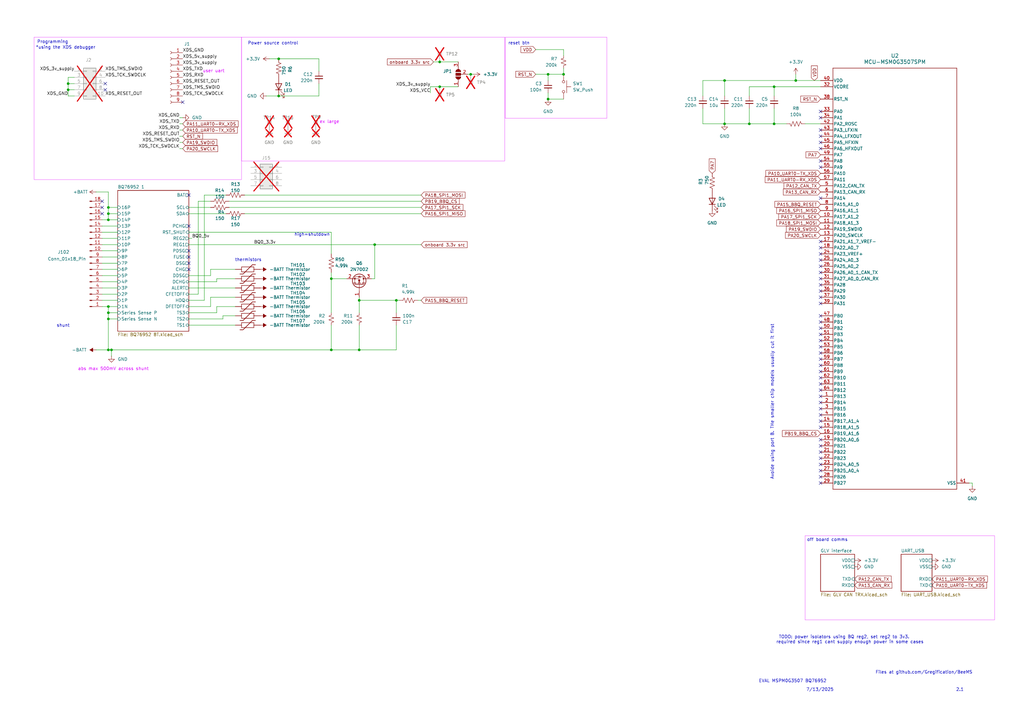
<source format=kicad_sch>
(kicad_sch (version 20250114) (generator "eeschema") (generator_version "9.0")
  (paper "A3")
  (rectangle (start 330.2 219.71) (end 407.924 254.254) (stroke (width 0) (color 234 84 255 1)))
  (rectangle (start 13.97 15.24) (end 99.06 73.66) (stroke (width 0) (color 234 84 255 1)))
  (rectangle (start 99.06 15.24) (end 207.01 66.04) (stroke (width 0) (color 234 84 255 1)))
  (rectangle (start 207.264 15.24) (end 248.92 48.514) (stroke (width 0) (color 234 84 255 1)))
  (text "7/13/2025" (at 336.296 282.956 0) (effects (font (size 1.27 1.27))))
  (text "shunt" (at 25.908 133.604 0) (effects (font (size 1.27 1.27))))
  (text "2.1" (at 393.7 282.956 0) (effects (font (size 1.27 1.27))))
  (text "reset btn" (at 212.852 17.78 0) (effects (font (size 1.27 1.27))))
  (text "Power source control" (at 101.6 17.78 0) (effects (font (size 1.27 1.27)) (justify left)))
  (text "ex large" (at 135.128 50.038 0) (effects (font (size 1.27 1.27))))
  (text "abs max 500mV across shunt" (at 46.482 151.384 0) (effects (font (size 1.27 1.27))))
  (text "Programming" (at 21.59 17.272 0) (effects (font (size 1.27 1.27))))
  (text "off board comms\n" (at 330.962 221.488 0) (effects (font (size 1.27 1.27)) (justify left)))
  (text "user uart" (at 87.63 29.21 0) (effects (font (size 1.27 1.27))))
  (text "Avoide using port B. THe smaller chip models usually cut it first" (at 316.738 164.846 90) (effects (font (size 1.27 1.27))))
  (text "thermistors" (at 101.854 106.68 0) (effects (font (size 1.27 1.27))))
  (text "TODO: power isolators using BQ reg2, set reg2 to 3v3.\n	required since reg1 cant supply enough power in some cases" (at 346.202 262.382 0) (effects (font (size 1.27 1.27))))
  (text "EVAL MSPM0G3507 BQ76952" (at 325.12 279.4 0) (effects (font (size 1.27 1.27))))
  (text "Files at github.com/Gregification/BeeMS" (at 378.968 275.844 0) (effects (font (size 1.27 1.27))))
  (text "*using the XDS debugger" (at 26.924 19.558 0) (effects (font (size 1.27 1.27))))
  (text "high=shutdown" (at 128.016 96.266 0) (effects (font (size 1.27 1.27))))
  (junction (at 44.45 143.51))
  (junction (at 231.14 30.48))
  (junction (at 224.79 30.48))
  (junction (at 44.45 87.63))
  (junction (at 317.5 50.8))
  (junction (at 44.45 128.27))
  (junction (at 147.32 143.51))
  (junction (at 114.3 39.37))
  (junction (at 180.34 25.4))
  (junction (at 147.32 123.19))
  (junction (at 114.3 24.13))
  (junction (at 162.56 123.19))
  (junction (at 44.45 130.81))
  (junction (at 153.67 100.33))
  (junction (at 44.45 90.17))
  (junction (at 44.45 85.09))
  (junction (at 307.34 50.8))
  (junction (at 45.72 143.51))
  (junction (at 135.89 143.51))
  (junction (at 297.18 50.8))
  (junction (at 297.18 33.02))
  (junction (at 193.04 30.48))
  (junction (at 135.89 114.3))
  (junction (at 27.94 36.83))
  (junction (at 326.39 33.02))
  (junction (at 44.45 125.73))
  (junction (at 27.94 34.29))
  (junction (at 180.34 35.56))
  (junction (at 224.79 40.64))
  (junction (at 317.5 35.56))
  (no_connect (at 336.55 104.14))
  (no_connect (at 336.55 154.94))
  (no_connect (at 336.55 162.56))
  (no_connect (at 336.55 147.32))
  (no_connect (at 74.93 41.91))
  (no_connect (at 336.55 187.96))
  (no_connect (at 336.55 53.34))
  (no_connect (at 336.55 137.16))
  (no_connect (at 77.47 107.95))
  (no_connect (at 336.55 134.62))
  (no_connect (at 43.18 34.29))
  (no_connect (at 336.55 182.88))
  (no_connect (at 336.55 193.04))
  (no_connect (at 336.55 58.42))
  (no_connect (at 336.55 106.68))
  (no_connect (at 336.55 111.76))
  (no_connect (at 336.55 170.18))
  (no_connect (at 336.55 129.54))
  (no_connect (at 77.47 110.49))
  (no_connect (at 336.55 144.78))
  (no_connect (at 336.55 139.7))
  (no_connect (at 336.55 198.12))
  (no_connect (at 77.47 92.71))
  (no_connect (at 336.55 68.58))
  (no_connect (at 336.55 114.3))
  (no_connect (at 336.55 157.48))
  (no_connect (at 77.47 105.41))
  (no_connect (at 336.55 152.4))
  (no_connect (at 77.47 80.01))
  (no_connect (at 336.55 101.6))
  (no_connect (at 336.55 190.5))
  (no_connect (at 336.55 185.42))
  (no_connect (at 77.47 102.87))
  (no_connect (at 336.55 119.38))
  (no_connect (at 336.55 180.34))
  (no_connect (at 336.55 195.58))
  (no_connect (at 336.55 175.26))
  (no_connect (at 336.55 109.22))
  (no_connect (at 336.55 99.06))
  (no_connect (at 336.55 116.84))
  (no_connect (at 336.55 132.08))
  (no_connect (at 336.55 167.64))
  (no_connect (at 336.55 45.72))
  (no_connect (at 336.55 142.24))
  (no_connect (at 336.55 66.04))
  (no_connect (at 336.55 48.26))
  (no_connect (at 336.55 121.92))
  (no_connect (at 336.55 172.72))
  (no_connect (at 336.55 55.88))
  (no_connect (at 336.55 60.96))
  (no_connect (at 43.18 36.83))
  (no_connect (at 336.55 160.02))
  (no_connect (at 336.55 165.1))
  (no_connect (at 336.55 124.46))
  (no_connect (at 41.91 85.09))
  (no_connect (at 336.55 149.86))
  (no_connect (at 41.91 87.63))
  (no_connect (at 41.91 82.55))
  (no_connect (at 336.55 81.28))
  (wire (pts (xy 153.67 100.33) (xy 172.72 100.33)))
  (wire (pts (xy 41.91 125.73) (xy 44.45 125.73)))
  (wire (pts (xy 114.3 24.13) (xy 130.81 24.13)))
  (wire (pts (xy 93.98 82.55) (xy 172.72 82.55)))
  (wire (pts (xy 44.45 128.27) (xy 44.45 130.81)))
  (wire (pts (xy 147.32 133.35) (xy 147.32 143.51)))
  (wire (pts (xy 73.66 50.8) (xy 74.93 50.8)))
  (wire (pts (xy 317.5 44.45) (xy 317.5 50.8)))
  (wire (pts (xy 77.47 118.11) (xy 96.52 118.11)))
  (wire (pts (xy 41.91 115.57) (xy 48.26 115.57)))
  (wire (pts (xy 73.66 58.42) (xy 74.93 58.42)))
  (wire (pts (xy 147.32 121.92) (xy 147.32 123.19)))
  (wire (pts (xy 41.91 120.65) (xy 48.26 120.65)))
  (wire (pts (xy 27.94 31.75) (xy 27.94 34.29)))
  (wire (pts (xy 297.18 33.02) (xy 326.39 33.02)))
  (wire (pts (xy 307.34 50.8) (xy 317.5 50.8)))
  (wire (pts (xy 27.94 34.29) (xy 30.48 34.29)))
  (wire (pts (xy 288.29 33.02) (xy 297.18 33.02)))
  (wire (pts (xy 44.45 128.27) (xy 48.26 128.27)))
  (wire (pts (xy 317.5 50.8) (xy 322.58 50.8)))
  (wire (pts (xy 44.45 85.09) (xy 48.26 85.09)))
  (wire (pts (xy 81.28 82.55) (xy 86.36 82.55)))
  (wire (pts (xy 88.9 125.73) (xy 96.52 125.73)))
  (wire (pts (xy 44.45 125.73) (xy 44.45 128.27)))
  (wire (pts (xy 27.94 39.37) (xy 30.48 39.37)))
  (wire (pts (xy 77.47 120.65) (xy 81.28 120.65)))
  (wire (pts (xy 39.37 143.51) (xy 44.45 143.51)))
  (wire (pts (xy 176.53 38.1) (xy 176.53 35.56)))
  (wire (pts (xy 77.47 128.27) (xy 88.9 128.27)))
  (wire (pts (xy 83.82 80.01) (xy 92.71 80.01)))
  (wire (pts (xy 193.04 30.48) (xy 191.77 30.48)))
  (wire (pts (xy 231.14 40.64) (xy 224.79 40.64)))
  (wire (pts (xy 147.32 123.19) (xy 147.32 128.27)))
  (wire (pts (xy 153.67 100.33) (xy 153.67 114.3)))
  (wire (pts (xy 41.91 95.25) (xy 48.26 95.25)))
  (wire (pts (xy 73.66 53.34) (xy 74.93 53.34)))
  (wire (pts (xy 73.66 60.96) (xy 74.93 60.96)))
  (wire (pts (xy 44.45 130.81) (xy 48.26 130.81)))
  (wire (pts (xy 171.45 123.19) (xy 172.72 123.19)))
  (wire (pts (xy 44.45 78.74) (xy 44.45 85.09)))
  (wire (pts (xy 398.78 199.39) (xy 398.78 198.12)))
  (wire (pts (xy 297.18 44.45) (xy 297.18 50.8)))
  (wire (pts (xy 194.31 30.48) (xy 193.04 30.48)))
  (wire (pts (xy 398.78 198.12) (xy 397.51 198.12)))
  (wire (pts (xy 83.82 123.19) (xy 83.82 80.01)))
  (wire (pts (xy 326.39 33.02) (xy 336.55 33.02)))
  (wire (pts (xy 135.89 111.76) (xy 135.89 114.3)))
  (wire (pts (xy 41.91 105.41) (xy 48.26 105.41)))
  (wire (pts (xy 297.18 33.02) (xy 297.18 39.37)))
  (wire (pts (xy 41.91 110.49) (xy 48.26 110.49)))
  (wire (pts (xy 109.22 39.37) (xy 114.3 39.37)))
  (wire (pts (xy 73.66 48.26) (xy 74.93 48.26)))
  (wire (pts (xy 88.9 114.3) (xy 88.9 115.57)))
  (wire (pts (xy 180.34 35.56) (xy 187.96 35.56)))
  (wire (pts (xy 73.66 55.88) (xy 74.93 55.88)))
  (wire (pts (xy 231.14 27.94) (xy 231.14 30.48)))
  (wire (pts (xy 77.47 100.33) (xy 153.67 100.33)))
  (wire (pts (xy 45.72 143.51) (xy 135.89 143.51)))
  (wire (pts (xy 77.47 113.03) (xy 86.36 113.03)))
  (wire (pts (xy 317.5 35.56) (xy 336.55 35.56)))
  (wire (pts (xy 135.89 114.3) (xy 142.24 114.3)))
  (wire (pts (xy 91.44 129.54) (xy 96.52 129.54)))
  (wire (pts (xy 219.71 20.32) (xy 231.14 20.32)))
  (wire (pts (xy 77.47 133.35) (xy 96.52 133.35)))
  (wire (pts (xy 77.47 87.63) (xy 92.71 87.63)))
  (wire (pts (xy 77.47 130.81) (xy 91.44 130.81)))
  (wire (pts (xy 224.79 30.48) (xy 224.79 33.02)))
  (wire (pts (xy 147.32 123.19) (xy 162.56 123.19)))
  (wire (pts (xy 44.45 130.81) (xy 44.45 143.51)))
  (wire (pts (xy 130.81 34.29) (xy 130.81 39.37)))
  (wire (pts (xy 297.18 50.8) (xy 307.34 50.8)))
  (wire (pts (xy 180.34 25.4) (xy 187.96 25.4)))
  (wire (pts (xy 77.47 125.73) (xy 86.36 125.73)))
  (wire (pts (xy 27.94 36.83) (xy 30.48 36.83)))
  (wire (pts (xy 162.56 143.51) (xy 147.32 143.51)))
  (wire (pts (xy 224.79 40.64) (xy 224.79 38.1)))
  (wire (pts (xy 27.94 39.37) (xy 27.94 36.83)))
  (wire (pts (xy 41.91 97.79) (xy 48.26 97.79)))
  (wire (pts (xy 219.71 30.48) (xy 224.79 30.48)))
  (wire (pts (xy 86.36 121.92) (xy 86.36 125.73)))
  (wire (pts (xy 231.14 20.32) (xy 231.14 22.86)))
  (wire (pts (xy 162.56 123.19) (xy 163.83 123.19)))
  (wire (pts (xy 162.56 123.19) (xy 162.56 128.27)))
  (wire (pts (xy 307.34 35.56) (xy 317.5 35.56)))
  (wire (pts (xy 110.49 24.13) (xy 114.3 24.13)))
  (wire (pts (xy 96.52 114.3) (xy 88.9 114.3)))
  (wire (pts (xy 39.37 78.74) (xy 44.45 78.74)))
  (wire (pts (xy 176.53 35.56) (xy 180.34 35.56)))
  (wire (pts (xy 41.91 107.95) (xy 48.26 107.95)))
  (wire (pts (xy 41.91 102.87) (xy 48.26 102.87)))
  (wire (pts (xy 153.67 114.3) (xy 152.4 114.3)))
  (wire (pts (xy 77.47 97.79) (xy 78.74 97.79)))
  (wire (pts (xy 307.34 35.56) (xy 307.34 39.37)))
  (wire (pts (xy 330.2 50.8) (xy 336.55 50.8)))
  (wire (pts (xy 135.89 133.35) (xy 135.89 143.51)))
  (wire (pts (xy 41.91 90.17) (xy 44.45 90.17)))
  (wire (pts (xy 288.29 44.45) (xy 288.29 50.8)))
  (wire (pts (xy 135.89 143.51) (xy 147.32 143.51)))
  (wire (pts (xy 44.45 87.63) (xy 44.45 90.17)))
  (wire (pts (xy 162.56 133.35) (xy 162.56 143.51)))
  (wire (pts (xy 130.81 24.13) (xy 130.81 29.21)))
  (wire (pts (xy 41.91 92.71) (xy 48.26 92.71)))
  (wire (pts (xy 177.8 25.4) (xy 180.34 25.4)))
  (wire (pts (xy 288.29 33.02) (xy 288.29 39.37)))
  (wire (pts (xy 135.89 114.3) (xy 135.89 128.27)))
  (wire (pts (xy 77.47 115.57) (xy 88.9 115.57)))
  (wire (pts (xy 307.34 50.8) (xy 307.34 44.45)))
  (wire (pts (xy 27.94 31.75) (xy 30.48 31.75)))
  (wire (pts (xy 88.9 125.73) (xy 88.9 128.27)))
  (wire (pts (xy 44.45 85.09) (xy 44.45 87.63)))
  (wire (pts (xy 288.29 50.8) (xy 297.18 50.8)))
  (wire (pts (xy 224.79 30.48) (xy 231.14 30.48)))
  (wire (pts (xy 100.33 80.01) (xy 172.72 80.01)))
  (wire (pts (xy 317.5 35.56) (xy 317.5 39.37)))
  (wire (pts (xy 326.39 30.48) (xy 326.39 33.02)))
  (wire (pts (xy 114.3 39.37) (xy 130.81 39.37)))
  (wire (pts (xy 44.45 125.73) (xy 48.26 125.73)))
  (wire (pts (xy 77.47 85.09) (xy 86.36 85.09)))
  (wire (pts (xy 100.33 87.63) (xy 172.72 87.63)))
  (wire (pts (xy 41.91 123.19) (xy 48.26 123.19)))
  (wire (pts (xy 77.47 95.25) (xy 135.89 95.25)))
  (wire (pts (xy 135.89 95.25) (xy 135.89 104.14)))
  (wire (pts (xy 41.91 118.11) (xy 48.26 118.11)))
  (wire (pts (xy 93.98 85.09) (xy 172.72 85.09)))
  (wire (pts (xy 86.36 110.49) (xy 86.36 113.03)))
  (wire (pts (xy 27.94 36.83) (xy 27.94 34.29)))
  (wire (pts (xy 44.45 87.63) (xy 48.26 87.63)))
  (wire (pts (xy 41.91 100.33) (xy 48.26 100.33)))
  (wire (pts (xy 96.52 110.49) (xy 86.36 110.49)))
  (wire (pts (xy 91.44 130.81) (xy 91.44 129.54)))
  (wire (pts (xy 44.45 90.17) (xy 48.26 90.17)))
  (wire (pts (xy 77.47 123.19) (xy 83.82 123.19)))
  (wire (pts (xy 41.91 113.03) (xy 48.26 113.03)))
  (wire (pts (xy 81.28 82.55) (xy 81.28 120.65)))
  (wire (pts (xy 86.36 121.92) (xy 96.52 121.92)))
  (wire (pts (xy 44.45 143.51) (xy 45.72 143.51)))
  (wire (pts (xy 45.72 143.51) (xy 45.72 146.05)))
  (label "XDS_TMS_SWDIO" (at 73.66 58.42 180))
  (label "XDS_TXD" (at 74.93 29.21 0))
  (label "XDS_TCK_SWDCLK" (at 74.93 39.37 0))
  (label "XDS_GND" (at 74.93 21.59 0))
  (label "XDS_TMS_SWDIO" (at 43.18 29.21 0))
  (label "XDS_TMS_SWDIO" (at 74.93 36.83 0))
  (label "BQ0_3.3v" (at 104.14 100.33 0))
  (label "XDS_3v_supply" (at 30.48 29.21 180))
  (label "XDS_5v_supply" (at 74.93 24.13 0))
  (label "XDS_VCC" (at 176.53 38.1 180))
  (label "XDS_RESET_OUT" (at 74.93 34.29 0))
  (label "XDS_GND" (at 73.66 48.26 180))
  (label "XDS_3v_supply" (at 74.93 26.67 0))
  (label "XDS_TCK_SWDCLK" (at 43.18 31.75 0))
  (label "XDS_RXD" (at 74.93 31.75 0))
  (label "XDS_RESET_OUT" (at 43.18 39.37 0))
  (label "XDS_RESET_OUT" (at 73.66 55.88 180))
  (label "XDS_3v_supply" (at 176.53 35.56 180))
  (label "XDS_GND" (at 27.94 39.37 180))
  (label "XDS_TXD" (at 73.66 50.8 180))
  (label "XDS_RXD" (at 73.66 53.34 180))
  (label "XDS_TCK_SWDCLK" (at 73.66 60.96 180))
  (label "BQ0_5v" (at 78.74 97.79 0))
  (global_label "PA17_SPI1_SCK" (shape input) (at 336.55 88.9 180) (property "Intersheetrefs" "${INTERSHEET_REFS}" (effects (hide yes))))
  (global_label "PA12_CAN_TX" (shape input) (at 336.55 76.2 180) (property "Intersheetrefs" "${INTERSHEET_REFS}" (effects (hide yes))))
  (global_label "PA7" (shape input) (at 336.55 63.5 180) (property "Intersheetrefs" "${INTERSHEET_REFS}" (effects (hide yes))))
  (global_label "PA15_BBQ_RESET" (shape input) (at 336.55 83.82 180) (property "Intersheetrefs" "${INTERSHEET_REFS}" (effects (hide yes))))
  (global_label "PA10_UART0-TX_XDS" (shape input) (at 382.27 240.03 0) (property "Intersheetrefs" "${INTERSHEET_REFS}" (effects (hide yes))))
  (global_label "PA17_SPI1_SCK" (shape input) (at 172.72 85.09 0) (property "Intersheetrefs" "${INTERSHEET_REFS}" (effects (hide yes))))
  (global_label "PA16_SPI1_MISO" (shape input) (at 172.72 87.63 0) (property "Intersheetrefs" "${INTERSHEET_REFS}" (effects (hide yes))))
  (global_label "PB19_BBQ_CS" (shape input) (at 336.55 177.8 180) (property "Intersheetrefs" "${INTERSHEET_REFS}" (effects (hide yes))))
  (global_label "VDD" (shape input) (at 334.01 33.02 90) (property "Intersheetrefs" "${INTERSHEET_REFS}" (effects (hide yes))))
  (global_label "RST_N" (shape input) (at 219.71 30.48 180) (property "Intersheetrefs" "${INTERSHEET_REFS}" (effects (hide yes))))
  (global_label "PA13_CAN_RX" (shape input) (at 350.52 240.03 0) (property "Intersheetrefs" "${INTERSHEET_REFS}" (effects (hide yes))))
  (global_label "PA11_UART0-RX_XDS" (shape input) (at 382.27 237.49 0) (property "Intersheetrefs" "${INTERSHEET_REFS}" (effects (hide yes))))
  (global_label "PA11_UART0-RX_XDS" (shape input) (at 336.55 73.66 180) (property "Intersheetrefs" "${INTERSHEET_REFS}" (effects (hide yes))))
  (global_label "PA20_SWCLK" (shape input) (at 74.93 60.96 0) (property "Intersheetrefs" "${INTERSHEET_REFS}" (effects (hide yes))))
  (global_label "PA13_CAN_RX" (shape input) (at 336.55 78.74 180) (property "Intersheetrefs" "${INTERSHEET_REFS}" (effects (hide yes))))
  (global_label "onboard 3.3v src" (shape input) (at 177.8 25.4 180) (property "Intersheetrefs" "${INTERSHEET_REFS}" (effects (hide yes))))
  (global_label "PA18_SPI1_MOSI" (shape input) (at 336.55 91.44 180) (property "Intersheetrefs" "${INTERSHEET_REFS}" (effects (hide yes))))
  (global_label "PA10_UART0-TX_XDS" (shape input) (at 336.55 71.12 180) (property "Intersheetrefs" "${INTERSHEET_REFS}" (effects (hide yes))))
  (global_label "PA10_UART0-TX_XDS" (shape input) (at 74.93 53.34 0) (property "Intersheetrefs" "${INTERSHEET_REFS}" (effects (hide yes))))
  (global_label "onboard 3.3v src" (shape input) (at 172.72 100.33 0) (property "Intersheetrefs" "${INTERSHEET_REFS}" (effects (hide yes))))
  (global_label "PA19_SWDIO" (shape input) (at 74.93 58.42 0) (property "Intersheetrefs" "${INTERSHEET_REFS}" (effects (hide yes))))
  (global_label "PA12_CAN_TX" (shape input) (at 350.52 237.49 0) (property "Intersheetrefs" "${INTERSHEET_REFS}" (effects (hide yes))))
  (global_label "PA15_BBQ_RESET" (shape input) (at 172.72 123.19 0) (property "Intersheetrefs" "${INTERSHEET_REFS}" (effects (hide yes))))
  (global_label "VDD" (shape input) (at 219.71 20.32 180) (property "Intersheetrefs" "${INTERSHEET_REFS}" (effects (hide yes))))
  (global_label "PA11_UART0-RX_XDS" (shape input) (at 74.93 50.8 0) (property "Intersheetrefs" "${INTERSHEET_REFS}" (effects (hide yes))))
  (global_label "PA19_SWDIO" (shape input) (at 336.55 93.98 180) (property "Intersheetrefs" "${INTERSHEET_REFS}" (effects (hide yes))))
  (global_label "PB19_BBQ_CS" (shape input) (at 172.72 82.55 0) (property "Intersheetrefs" "${INTERSHEET_REFS}" (effects (hide yes))))
  (global_label "PA16_SPI1_MISO" (shape input) (at 336.55 86.36 180) (property "Intersheetrefs" "${INTERSHEET_REFS}" (effects (hide yes))))
  (global_label "PA20_SWCLK" (shape input) (at 336.55 96.52 180) (property "Intersheetrefs" "${INTERSHEET_REFS}" (effects (hide yes))))
  (global_label "PA18_SPI1_MOSI" (shape input) (at 172.72 80.01 0) (property "Intersheetrefs" "${INTERSHEET_REFS}" (effects (hide yes))))
  (global_label "PA7" (shape input) (at 292.1 71.12 90) (property "Intersheetrefs" "${INTERSHEET_REFS}" (effects (hide yes))))
  (global_label "RST_N" (shape input) (at 336.55 40.64 180) (property "Intersheetrefs" "${INTERSHEET_REFS}" (effects (hide yes))))
  (global_label "RST_N" (shape input) (at 74.93 55.88 0) (property "Intersheetrefs" "${INTERSHEET_REFS}" (effects (hide yes))))
  (symbol (lib_id "Device:R_US") (at 90.17 85.09 270) (unit 1)
    (property "Reference" "R4" (at 92.075 86.995 90) (effects (justify right)))
    (property "Value" "150" (at 92.075 89.535 90) (effects (justify right)))
    (property "Footprint" "Resistor_SMD:R_1206_3216Metric_Pad1.30x1.75mm_HandSolder" (effects (hide yes)))
    (property "Description" "Resistor, US symbol" (effects (hide yes)))
    (property "mouser" "https://www.mouser.com/ProductDetail/YAGEO/AC1206FR-7W150RL?qs=sGAEpiMZZMtlubZbdhIBICFms2LWLh%252Bq5GguBuup7BI%3D" (effects (hide yes)))
    (property "specs" "150Ohm, 500mW, 1%, 200V, -55C, +155C" (effects (hide yes)))
    (property "unit x10" "0.032" (effects (hide yes)))
  )
  (symbol (lib_id "Device:R_Small_US") (at 147.32 130.81 0) (mirror x) (unit 1)
    (property "Reference" "R11" (at 144.78 129.5399 0) (effects (justify right)))
    (property "Value" "200k" (at 144.78 132.0799 0) (effects (justify right)))
    (property "Footprint" "Resistor_SMD:R_0805_2012Metric_Pad1.20x1.40mm_HandSolder" (effects (hide yes)))
    (property "Description" "Resistor, small US symbol" (effects (hide yes)))
    (property "mouser" "https://www.mouser.com/ProductDetail/KOA-Speer/RK73H2ATTDD2003F?qs=sGAEpiMZZMtlubZbdhIBIAyoqdA8MvAxN%252BSNgJK1iJE%3D" (effects (hide yes)))
    (property "unit x10" "0.1" (effects (hide yes)))
    (property "unit x1" "0.02" (effects (hide yes)))
    (property "specs " "250mW, 200k, 1%" (effects (hide yes)))
  )
  (symbol (lib_id "Device:LED") (at 114.3 35.56 90) (unit 1)
    (property "Reference" "D1" (at 118.11 34.544 90))
    (property "Value" "LED" (at 118.11 37.084 90))
    (property "Footprint" "LED_SMD:LED_0603_1608Metric" (effects (hide yes)))
    (property "Description" "Amber LED, 5mA, 1.9Vf, 5Vr, 75mW" (effects (hide yes)))
    (property "Sim.Pins" "1=K 2=A" (effects (hide yes)))
    (property "mouser" "https://www.mouser.com/ProductDetail/Inolux/IN-S63AT5A?qs=sGAEpiMZZMusoohG2hS%252B168PbK3Wnfgfrs6xlVjjR%2FyR990S%252B53E4A%3D%3D" (effects (hide yes)))
    (property "specs" "amber, 5mA, 1.9V, 75mW, -40C, +85C" (effects (hide yes)))
    (property "unit x10" "0.118" (effects (hide yes)))
  )
  (symbol (lib_id "Device:R_Small_US") (at 231.14 25.4 0) (mirror x) (unit 1)
    (property "Reference" "R7" (at 228.6 24.1299 0) (effects (justify right)))
    (property "Value" "200k" (at 228.6 26.6699 0) (effects (justify right)))
    (property "Footprint" "Resistor_SMD:R_0805_2012Metric_Pad1.20x1.40mm_HandSolder" (effects (hide yes)))
    (property "Description" "Resistor, small US symbol" (effects (hide yes)))
    (property "mouser" "https://www.mouser.com/ProductDetail/KOA-Speer/RK73H2ATTDD2003F?qs=sGAEpiMZZMtlubZbdhIBIAyoqdA8MvAxN%252BSNgJK1iJE%3D" (effects (hide yes)))
    (property "unit x10" "0.1" (effects (hide yes)))
    (property "unit x1" "0.02" (effects (hide yes)))
    (property "specs " "250mW, 200k, 1%" (effects (hide yes)))
  )
  (symbol (lib_id "power:GND") (at 224.79 40.64 0) (unit 1)
    (property "Reference" "#PWR010" (effects (hide yes)))
    (property "Value" "GND" (at 224.79 45.72 0))
    (property "Description" "Power symbol creates a global label with name \"GND\" , ground" (effects (hide yes)))
  )
  (symbol (lib_id "power:-BATT") (at 106.68 121.92 270) (unit 1)
    (property "Reference" "#PWR0107" (effects (hide yes)))
    (property "Value" "-BATT" (at 110.49 121.9201 90) (effects (justify left)))
    (property "Description" "Power symbol creates a global label with name \"-BATT\"" (effects (hide yes)))
  )
  (symbol (lib_id "power:-BATT") (at 106.68 125.73 270) (unit 1)
    (property "Reference" "#PWR0108" (effects (hide yes)))
    (property "Value" "-BATT" (at 110.49 125.7301 90) (effects (justify left)))
    (property "Description" "Power symbol creates a global label with name \"-BATT\"" (effects (hide yes)))
  )
  (symbol (lib_id "power:-BATT") (at 106.68 114.3 270) (unit 1)
    (property "Reference" "#PWR0105" (effects (hide yes)))
    (property "Value" "-BATT" (at 110.49 114.3001 90) (effects (justify left)))
    (property "Description" "Power symbol creates a global label with name \"-BATT\"" (effects (hide yes)))
  )
  (symbol (lib_id "Transistor_FET:2N7002") (at 147.32 116.84 270) (mirror x) (unit 1)
    (property "Reference" "Q6" (at 147.32 107.95 90))
    (property "Value" "2N7002" (at 147.32 110.49 90))
    (property "Footprint" "Package_TO_SOT_SMD:SOT-23" (effects (hide yes)))
    (property "Datasheet" "https://www.onsemi.com/pub/Collateral/NDS7002A-D.PDF" (effects (hide yes)))
    (property "Description" "0.115A Id, 60V Vds, N-Channel MOSFET, SOT-23" (effects (hide yes)))
    (property "mouser" "https://www.mouser.com/ProductDetail/Diotec-Semiconductor/2N7002?qs=OlC7AqGiEDmcCpiykpS%252BnA%3D%3D" (effects (hide yes)))
    (property "specs" "NChan, 60V, 250mA, 1v1thresh, 440mW, 1.6Ohms" (effects (hide yes)))
    (property "unit x10" "0.09" (effects (hide yes)))
    (property "unit x1" "0.12" (effects (hide yes)))
  )
  (symbol (lib_id "power:GND") (at 110.49 53.34 0) (unit 1) (on_board no) (dnp yes)
    (property "Reference" "#PWR05" (effects (hide yes)))
    (property "Value" "GND" (at 110.49 58.42 0))
    (property "Description" "Power symbol creates a global label with name \"GND\" , ground" (effects (hide yes)))
  )
  (symbol (lib_id "Switch:SW_Push") (at 231.14 35.56 270) (unit 1)
    (property "Reference" "SW1" (at 234.95 34.2899 90) (effects (justify left)))
    (property "Value" "SW_Push" (at 234.95 36.8299 90) (effects (justify left)))
    (property "Footprint" "Button_Switch_SMD:SW_SPST_PTS645Sx43SMTR92" (effects (hide yes)))
    (property "Datasheet" "https://www.mouser.com/ProductDetail/Soldered/101111?qs=%252BXxaIXUDbq05T1Vr5nLouw%3D%3D" (effects (hide yes)))
    (property "Description" "Push button switch, generic, two pins" (effects (hide yes)))
    (property "mouser" "https://www.mouser.com/ProductDetail/CK/KSC251J-SP-DELTA-LFS?qs=sGAEpiMZZMtFyPk3yBMYYFTocizRX9VpYSHB0QfEbpY%3D" (effects (hide yes)))
    (property "unit x10" "0.532" (effects (hide yes)))
  )
  (symbol (lib_id "Device:LED") (at 292.1 82.55 90) (unit 1)
    (property "Reference" "D4" (at 295.91 81.534 90))
    (property "Value" "LED" (at 295.91 84.074 90))
    (property "Footprint" "LED_SMD:LED_0603_1608Metric" (effects (hide yes)))
    (property "Description" "Amber LED, 5mA, 1.9Vf, 5Vr, 75mW" (effects (hide yes)))
    (property "Sim.Pins" "1=K 2=A" (effects (hide yes)))
    (property "mouser" "https://www.mouser.com/ProductDetail/Inolux/IN-S63AT5A?qs=sGAEpiMZZMusoohG2hS%252B168PbK3Wnfgfrs6xlVjjR%2FyR990S%252B53E4A%3D%3D" (effects (hide yes)))
    (property "specs" "amber, 5mA, 1.9V, 75mW, -40C, +85C" (effects (hide yes)))
    (property "unit x10" "0.118" (effects (hide yes)))
  )
  (symbol (lib_id "power:+3.3V") (at 110.49 24.13 90) (unit 1)
    (property "Reference" "#PWR020" (effects (hide yes)))
    (property "Value" "+3.3V" (at 106.68 24.1299 90) (effects (justify left)))
    (property "Description" "Power symbol creates a global label with name \"+3.3V\"" (effects (hide yes)))
  )
  (symbol (lib_id "power:-BATT") (at 106.68 129.54 270) (unit 1)
    (property "Reference" "#PWR0109" (effects (hide yes)))
    (property "Value" "-BATT" (at 110.49 129.5401 90) (effects (justify left)))
    (property "Description" "Power symbol creates a global label with name \"-BATT\"" (effects (hide yes)))
  )
  (symbol (lib_id "Device:Thermistor") (at 101.6 133.35 90) (unit 1)
    (property "Reference" "TH107" (at 122.174 131.572 90))
    (property "Value" "Thermistor" (at 122.174 133.35 90))
    (property "Footprint" "Resistor_SMD:R_1206_3216Metric" (effects (hide yes)))
    (property "Datasheet" "https://www.mouser.com/catalog/specsheets/semitec_atthermistor.pdf" (effects (hide yes)))
    (property "Description" "Temperature dependent resistor" (effects (hide yes)))
    (property "mouser" "https://www.mouser.com/ProductDetail/Semitec/103AT-2?qs=wgO0AD0o1vvcDzsKguD%2Bew%3D%3D&srsltid=AfmBOooUcbWOzFYbR_yLlES88fRwyUsa0gc9wqxUpY0n7HWnXUXQ11PP" (effects (hide yes)))
  )
  (symbol (lib_id "Device:C_Small") (at 317.5 41.91 0) (mirror y) (unit 1)
    (property "Reference" "C5" (at 314.96 40.6462 0) (effects (justify left)))
    (property "Value" "220n" (at 314.96 43.1862 0) (effects (justify left)))
    (property "Footprint" "Capacitor_SMD:C_1206_3216Metric_Pad1.33x1.80mm_HandSolder" (effects (hide yes)))
    (property "Datasheet" "https://www.mouser.com/ProductDetail/Samsung-Electro-Mechanics/CL31B224KBFNNNF?qs=sGAEpiMZZMsh%252B1woXyUXj7iNKXiFkBmw7C%252BUlKpuDJ8%3D" (effects (hide yes)))
    (property "Description" "50Vdc, 10%, +125C" (effects (hide yes)))
    (property "mouser" "https://www.mouser.com/ProductDetail/Samsung-Electro-Mechanics/CL31B224KBFNNNF?qs=sGAEpiMZZMsh%252B1woXyUXj7iNKXiFkBmw7C%252BUlKpuDJ8%3D" (effects (hide yes)))
    (property "specs" "50VDC, X7R, 10%, -55C, +125C, 220nF" (effects (hide yes)))
    (property "unit x10" "0.054" (effects (hide yes)))
  )
  (symbol (lib_id "Connector:TestPoint") (at 110.49 53.34 0) (unit 1) (in_bom no) (on_board no) (dnp yes)
    (property "Reference" "TP14" (at 107.95 48.26 0) (effects (justify left)))
    (property "Value" "TestPoint" (effects (hide yes)))
    (property "Footprint" "TestPoint:TestPoint_Loop_D2.50mm_Drill1.0mm_LowProfile" (effects (hide yes)))
    (property "Description" "test point" (effects (hide yes)))
  )
  (symbol (lib_id "Connector:TestPoint") (at 129.54 53.34 0) (unit 1) (in_bom no) (on_board no) (dnp yes)
    (property "Reference" "TP9" (at 128.016 48.006 0) (effects (justify left)))
    (property "Value" "TestPoint" (effects (hide yes)))
    (property "Footprint" "TestPoint:TestPoint_THTPad_3.0x3.0mm_Drill1.5mm" (effects (hide yes)))
    (property "Description" "test point" (effects (hide yes)))
  )
  (symbol (lib_id "Device:C_Small") (at 307.34 41.91 0) (mirror y) (unit 1)
    (property "Reference" "C11" (at 304.8 40.6462 0) (effects (justify left)))
    (property "Value" "220n" (at 304.8 43.1862 0) (effects (justify left)))
    (property "Footprint" "Capacitor_SMD:C_1206_3216Metric_Pad1.33x1.80mm_HandSolder" (effects (hide yes)))
    (property "Datasheet" "https://www.mouser.com/ProductDetail/Samsung-Electro-Mechanics/CL31B224KBFNNNF?qs=sGAEpiMZZMsh%252B1woXyUXj7iNKXiFkBmw7C%252BUlKpuDJ8%3D" (effects (hide yes)))
    (property "Description" "50Vdc, 10%, +125C" (effects (hide yes)))
    (property "mouser" "https://www.mouser.com/ProductDetail/Samsung-Electro-Mechanics/CL31B224KBFNNNF?qs=sGAEpiMZZMsh%252B1woXyUXj7iNKXiFkBmw7C%252BUlKpuDJ8%3D" (effects (hide yes)))
    (property "specs" "50VDC, X7R, 10%, -55C, +125C, 220nF" (effects (hide yes)))
    (property "unit x10" "0.054" (effects (hide yes)))
  )
  (symbol (lib_id "power:-BATT") (at 106.68 133.35 270) (unit 1)
    (property "Reference" "#PWR0110" (effects (hide yes)))
    (property "Value" "-BATT" (at 110.49 133.3501 90) (effects (justify left)))
    (property "Description" "Power symbol creates a global label with name \"-BATT\"" (effects (hide yes)))
  )
  (symbol (lib_id "power:+BATT") (at 39.37 78.74 90) (unit 1)
    (property "Reference" "#PWR0101" (effects (hide yes)))
    (property "Value" "+BATT" (at 33.02 78.74 90))
    (property "Description" "Power symbol creates a global label with name \"+BATT\"" (effects (hide yes)))
  )
  (symbol (lib_id "Connector:TestPoint") (at 193.04 30.48 180) (unit 1) (in_bom no) (on_board no) (dnp yes)
    (property "Reference" "TP4" (at 195.58 33.7819 0) (effects (justify right)))
    (property "Value" "TestPoint" (effects (hide yes)))
    (property "Footprint" "TestPoint:TestPoint_Loop_D2.50mm_Drill1.0mm_LowProfile" (effects (hide yes)))
    (property "Description" "test point" (effects (hide yes)))
  )
  (symbol (lib_id "power:-BATT") (at 106.68 110.49 270) (unit 1)
    (property "Reference" "#PWR0104" (effects (hide yes)))
    (property "Value" "-BATT" (at 110.49 110.4901 90) (effects (justify left)))
    (property "Description" "Power symbol creates a global label with name \"-BATT\"" (effects (hide yes)))
  )
  (symbol (lib_id "power:GND") (at 292.1 86.36 0) (unit 1)
    (property "Reference" "#PWR034" (effects (hide yes)))
    (property "Value" "GND" (at 292.1 91.44 0))
    (property "Description" "Power symbol creates a global label with name \"GND\" , ground" (effects (hide yes)))
  )
  (symbol (lib_id "Device:R_Small_US") (at 135.89 130.81 0) (mirror x) (unit 1)
    (property "Reference" "R2" (at 133.35 129.5399 0) (effects (justify right)))
    (property "Value" "200k" (at 133.35 132.0799 0) (effects (justify right)))
    (property "Footprint" "Resistor_SMD:R_0805_2012Metric_Pad1.20x1.40mm_HandSolder" (effects (hide yes)))
    (property "Description" "Resistor, small US symbol" (effects (hide yes)))
    (property "mouser" "https://www.mouser.com/ProductDetail/KOA-Speer/RK73H2ATTDD2003F?qs=sGAEpiMZZMtlubZbdhIBIAyoqdA8MvAxN%252BSNgJK1iJE%3D" (effects (hide yes)))
    (property "unit x10" "0.1" (effects (hide yes)))
    (property "unit x1" "0.02" (effects (hide yes)))
    (property "specs " "250mW, 200k, 1%" (effects (hide yes)))
  )
  (symbol (lib_id "Device:R_US") (at 96.52 87.63 270) (unit 1)
    (property "Reference" "R17" (at 94.615 89.535 90) (effects (justify left)))
    (property "Value" "150" (at 94.615 92.075 90) (effects (justify left)))
    (property "Footprint" "Resistor_SMD:R_1206_3216Metric_Pad1.30x1.75mm_HandSolder" (effects (hide yes)))
    (property "Description" "Resistor, US symbol" (effects (hide yes)))
    (property "mouser" "https://www.mouser.com/ProductDetail/YAGEO/AC1206FR-7W150RL?qs=sGAEpiMZZMtlubZbdhIBICFms2LWLh%252Bq5GguBuup7BI%3D" (effects (hide yes)))
    (property "specs" "150Ohm, 500mW, 1%, 200V, -55C, +155C" (effects (hide yes)))
    (property "unit x10" "0.032" (effects (hide yes)))
  )
  (symbol (lib_id "power:GND") (at 350.52 232.41 90) (unit 1)
    (property "Reference" "#PWR07" (effects (hide yes)))
    (property "Value" "GND" (at 354.33 232.4101 90) (effects (justify right)))
    (property "Description" "Power symbol creates a global label with name \"GND\" , ground" (effects (hide yes)))
  )
  (symbol (lib_id "power:-BATT") (at 39.37 143.51 90) (unit 1)
    (property "Reference" "#PWR0102" (effects (hide yes)))
    (property "Value" "-BATT" (at 35.56 143.5099 90) (effects (justify left)))
    (property "Description" "Power symbol creates a global label with name \"-BATT\"" (effects (hide yes)))
  )
  (symbol (lib_id "power:+3.3V") (at 382.27 229.87 270) (unit 1)
    (property "Reference" "#PWR04" (effects (hide yes)))
    (property "Value" "+3.3V" (at 386.08 229.8699 90) (effects (justify left)))
    (property "Description" "Power symbol creates a global label with name \"+3.3V\"" (effects (hide yes)))
  )
  (symbol (lib_id "zzLocalLibrary:MCU-MSM0G3507SPM") (at 336.55 33.02 0) (unit 1)
    (property "Reference" "U2" (at 367.03 22.86 0) (effects (font (size 1.524 1.524))))
    (property "Value" "MCU-MSM0G3507SPM" (at 367.03 25.4 0) (effects (font (size 1.524 1.524))))
    (property "Footprint" "zzLocalLibraries-Footprints:MSPM0G3507-64-IPC_A" (effects (hide yes)))
    (property "Datasheet" "https://www.mouser.com/ProductDetail/Texas-Instruments/MSPM0G3507SPMR?qs=ST9lo4GX8V0tukxOtqK%252B6A%3D%3D" (effects (hide yes)))
    (property "mouser" "https://www.mouser.com/ProductDetail/595-MSPM0G3507SPMR" (effects (hide yes)))
    (property "unit x10" "1.81" (effects (hide yes)))
  )
  (symbol (lib_id "power:GND") (at 398.78 199.39 0) (unit 1)
    (property "Reference" "#PWR012" (effects (hide yes)))
    (property "Value" "GND" (at 398.78 204.47 0))
    (property "Description" "Power symbol creates a global label with name \"GND\" , ground" (effects (hide yes)))
  )
  (symbol (lib_id "Connector_Generic:Conn_02x05_Odd_Even") (at 35.56 34.29 0) (unit 1) (on_board no) (dnp yes)
    (property "Reference" "J2" (at 36.322 24.638 0))
    (property "Value" "Conn_02x05_Odd_Even" (effects (hide yes)))
    (property "Footprint" "Connector_PinHeader_1.27mm:PinHeader_2x05_P1.27mm_Vertical_SMD" (effects (hide yes)))
    (property "Datasheet" "https://www.mouser.com/ProductDetail/Samtec/FTSH-105-01-L-DV-K?qs=%252B5JSS813miOqo3Vy%252BvhCFg%3D%3D&mgh=1&utm_id=22307413912&utm_source=google&utm_medium=cpc&utm_marketing_tactic=amercorp&gad_source=1&gad_campaignid=22307417416&gclid=EAIaIQobChMI7euR0cGajgMVHEp_AB1IOho8EAQYASABEgIaMPD_BwE" (effects (hide yes)))
    (property "Description" "https://www.digikey.com/en/products/detail/adafruit-industries-llc/556/6827041?gclsrc=aw.ds&gad_source=1&gad_campaignid=20232005509&gclid=EAIaIQobChMIgoT1icKajgMVrXJ_AB3caCGqEAQYByABEgJ-U_D_BwE" (effects (hide yes)))
  )
  (symbol (lib_id "Device:Thermistor") (at 101.6 129.54 90) (unit 1)
    (property "Reference" "TH106" (at 122.174 127.762 90))
    (property "Value" "Thermistor" (at 122.174 129.54 90))
    (property "Footprint" "Resistor_SMD:R_1206_3216Metric" (effects (hide yes)))
    (property "Datasheet" "https://www.mouser.com/catalog/specsheets/semitec_atthermistor.pdf" (effects (hide yes)))
    (property "Description" "Temperature dependent resistor" (effects (hide yes)))
    (property "mouser" "https://www.mouser.com/ProductDetail/Semitec/103AT-2?qs=wgO0AD0o1vvcDzsKguD%2Bew%3D%3D&srsltid=AfmBOooUcbWOzFYbR_yLlES88fRwyUsa0gc9wqxUpY0n7HWnXUXQ11PP" (effects (hide yes)))
  )
  (symbol (lib_id "power:GND") (at 109.22 39.37 270) (unit 1)
    (property "Reference" "#PWR017" (effects (hide yes)))
    (property "Value" "GND" (at 105.41 39.3699 90) (effects (justify right)))
    (property "Description" "Power symbol creates a global label with name \"GND\" , ground" (effects (hide yes)))
  )
  (symbol (lib_id "Connector:Conn_01x09_Socket") (at 69.85 31.75 0) (mirror y) (unit 1) (in_bom no)
    (property "Reference" "J1" (at 76.708 18.034 0))
    (property "Value" "Conn_01x09_Socket" (effects (hide yes)))
    (property "Footprint" "Connector_PinHeader_2.54mm:PinHeader_1x09_P2.54mm_Vertical" (effects (hide yes)))
    (property "Description" "Generic connector, single row, 01x09, script generated" (effects (hide yes)))
    (property "mouser" "https://www.mouser.com/ProductDetail/3M-Electronic-Solutions-Division/929400-01-07-RK?qs=8Li5tweT5mxAnRwvBSG7wg%3D%3D&mgh=1&utm_id=22693461723&utm_source=google&utm_medium=cpc&utm_marketing_tactic=amercorp&gad_source=1&gad_campaignid=22699465430&gclid=Cj0KCQjw0Y3HBhCxARIsAN7931V3Q9lNZD5h4uJjA3G07-TRSv1KPKk1_9nCCKxyCRbpuWAP8GWV0v4aAg3GEALw_wcB" (effects (hide yes)))
  )
  (symbol (lib_id "Connector:TestPoint") (at 180.34 25.4 0) (unit 1) (in_bom no) (on_board no) (dnp yes)
    (property "Reference" "TP12" (at 182.88 22.0979 0) (effects (justify left)))
    (property "Value" "TestPoint" (effects (hide yes)))
    (property "Footprint" "TestPoint:TestPoint_Loop_D2.50mm_Drill1.0mm_LowProfile" (effects (hide yes)))
    (property "Description" "test point" (effects (hide yes)))
  )
  (symbol (lib_id "Device:C_Small") (at 288.29 41.91 0) (mirror y) (unit 1)
    (property "Reference" "C13" (at 285.75 40.6462 0) (effects (justify left)))
    (property "Value" "220n" (at 285.75 43.1862 0) (effects (justify left)))
    (property "Footprint" "Capacitor_SMD:C_1206_3216Metric_Pad1.33x1.80mm_HandSolder" (effects (hide yes)))
    (property "Datasheet" "https://www.mouser.com/ProductDetail/Samsung-Electro-Mechanics/CL31B224KBFNNNF?qs=sGAEpiMZZMsh%252B1woXyUXj7iNKXiFkBmw7C%252BUlKpuDJ8%3D" (effects (hide yes)))
    (property "Description" "50Vdc, 10%, +125C" (effects (hide yes)))
    (property "mouser" "https://www.mouser.com/ProductDetail/Samsung-Electro-Mechanics/CL31B224KBFNNNF?qs=sGAEpiMZZMsh%252B1woXyUXj7iNKXiFkBmw7C%252BUlKpuDJ8%3D" (effects (hide yes)))
    (property "specs" "50VDC, X7R, 10%, -55C, +125C, 220nF" (effects (hide yes)))
    (property "unit x10" "0.054" (effects (hide yes)))
  )
  (symbol (lib_id "Device:C_Small") (at 297.18 41.91 0) (mirror y) (unit 1)
    (property "Reference" "C14" (at 294.64 40.6462 0) (effects (justify left)))
    (property "Value" "10u" (at 294.64 43.1862 0) (effects (justify left)))
    (property "Footprint" "Capacitor_SMD:C_1206_3216Metric_Pad1.33x1.80mm_HandSolder" (effects (hide yes)))
    (property "Description" "50Vdc, 10%, +125C" (effects (hide yes)))
    (property "mouser" "https://www.mouser.com/ProductDetail/Samsung-Electro-Mechanics/CL31A106KBHNNNE?qs=sGAEpiMZZMsh%252B1woXyUXjxqcB7t9naYpzWmpMbMJIKQ%3D" (effects (hide yes)))
    (property "specs" "10uF, 50VDC, X5R, 10%, -55C, +85C" (effects (hide yes)))
    (property "unit x10" "0.07" (effects (hide yes)))
  )
  (symbol (lib_id "Device:Thermistor") (at 101.6 118.11 90) (unit 1)
    (property "Reference" "TH103" (at 122.174 116.332 90))
    (property "Value" "Thermistor" (at 122.174 118.11 90))
    (property "Footprint" "Resistor_SMD:R_1206_3216Metric" (effects (hide yes)))
    (property "Datasheet" "https://www.mouser.com/catalog/specsheets/semitec_atthermistor.pdf" (effects (hide yes)))
    (property "Description" "Temperature dependent resistor" (effects (hide yes)))
    (property "mouser" "https://www.mouser.com/ProductDetail/Semitec/103AT-2?qs=wgO0AD0o1vvcDzsKguD%2Bew%3D%3D&srsltid=AfmBOooUcbWOzFYbR_yLlES88fRwyUsa0gc9wqxUpY0n7HWnXUXQ11PP" (effects (hide yes)))
  )
  (symbol (lib_id "Device:C_Small") (at 162.56 130.81 0) (mirror x) (unit 1)
    (property "Reference" "C17" (at 165.1 132.0738 0) (effects (justify left)))
    (property "Value" "100n" (at 165.1 129.5338 0) (effects (justify left)))
    (property "Footprint" "Capacitor_SMD:C_1206_3216Metric_Pad1.33x1.80mm_HandSolder" (effects (hide yes)))
    (property "mouser" "https://www.mouser.com/ProductDetail/Walsin/1206B104K251CT?qs=fIkAfuXiAQKkmX5niKUTKw%3D%3D" (effects (hide yes)))
    (property "specs" "100nF, 250VDC, X7R, 10%, -55C, +125C" (effects (hide yes)))
    (property "unit x10" "0.042" (effects (hide yes)))
  )
  (symbol (lib_id "Device:C_Small") (at 224.79 35.56 0) (mirror y) (unit 1)
    (property "Reference" "C3" (at 222.25 34.2962 0) (effects (justify left)))
    (property "Value" "100n" (at 222.25 36.8362 0) (effects (justify left)))
    (property "Footprint" "Capacitor_SMD:C_1206_3216Metric_Pad1.33x1.80mm_HandSolder" (effects (hide yes)))
    (property "mouser" "https://www.mouser.com/ProductDetail/Walsin/1206B104K251CT?qs=fIkAfuXiAQKkmX5niKUTKw%3D%3D" (effects (hide yes)))
    (property "specs" "100nF, 250VDC, X7R, 10%, -55C, +125C" (effects (hide yes)))
    (property "unit x10" "0.042" (effects (hide yes)))
  )
  (symbol (lib_id "power:GND") (at 45.72 146.05 0) (unit 1)
    (property "Reference" "#PWR09" (effects (hide yes)))
    (property "Value" "GND" (at 48.26 147.3199 0) (effects (justify left)))
    (property "Description" "Power symbol creates a global label with name \"GND\" , ground" (effects (hide yes)))
  )
  (symbol (lib_id "power:+3.3V") (at 350.52 229.87 270) (unit 1)
    (property "Reference" "#PWR06" (effects (hide yes)))
    (property "Value" "+3.3V" (at 354.33 229.8699 90) (effects (justify left)))
    (property "Description" "Power symbol creates a global label with name \"+3.3V\"" (effects (hide yes)))
  )
  (symbol (lib_id "Device:R_US") (at 96.52 80.01 90) (unit 1)
    (property "Reference" "R13" (at 94.615 75.565 90) (effects (justify right)))
    (property "Value" "150" (at 94.615 78.105 90) (effects (justify right)))
    (property "Footprint" "Resistor_SMD:R_1206_3216Metric_Pad1.30x1.75mm_HandSolder" (effects (hide yes)))
    (property "Description" "Resistor, US symbol" (effects (hide yes)))
    (property "mouser" "https://www.mouser.com/ProductDetail/YAGEO/AC1206FR-7W150RL?qs=sGAEpiMZZMtlubZbdhIBICFms2LWLh%252Bq5GguBuup7BI%3D" (effects (hide yes)))
    (property "specs" "150Ohm, 500mW, 1%, 200V, -55C, +155C" (effects (hide yes)))
    (property "unit x10" "0.032" (effects (hide yes)))
  )
  (symbol (lib_id "Device:Thermistor") (at 101.6 125.73 90) (unit 1)
    (property "Reference" "TH105" (at 122.174 123.952 90))
    (property "Value" "Thermistor" (at 122.174 125.73 90))
    (property "Footprint" "Resistor_SMD:R_1206_3216Metric" (effects (hide yes)))
    (property "Datasheet" "https://www.mouser.com/catalog/specsheets/semitec_atthermistor.pdf" (effects (hide yes)))
    (property "Description" "Temperature dependent resistor" (effects (hide yes)))
    (property "mouser" "https://www.mouser.com/ProductDetail/Semitec/103AT-2?qs=wgO0AD0o1vvcDzsKguD%2Bew%3D%3D&srsltid=AfmBOooUcbWOzFYbR_yLlES88fRwyUsa0gc9wqxUpY0n7HWnXUXQ11PP" (effects (hide yes)))
  )
  (symbol (lib_id "power:+3.3V") (at 326.39 30.48 0) (unit 1)
    (property "Reference" "#PWR027" (effects (hide yes)))
    (property "Value" "+3.3V" (at 326.39 25.4 0))
    (property "Description" "Power symbol creates a global label with name \"+3.3V\"" (effects (hide yes)))
  )
  (symbol (lib_id "Connector:TestPoint") (at 118.11 53.34 0) (unit 1) (in_bom no) (on_board no) (dnp yes)
    (property "Reference" "TP16" (at 115.57 48.26 0) (effects (justify left)))
    (property "Value" "TestPoint" (effects (hide yes)))
    (property "Footprint" "TestPoint:TestPoint_Loop_D2.50mm_Drill1.0mm_LowProfile" (effects (hide yes)))
    (property "Description" "test point" (effects (hide yes)))
  )
  (symbol (lib_id "Device:R_US") (at 292.1 74.93 0) (unit 1)
    (property "Reference" "R3" (at 287.401 75.819 90) (effects (justify left)))
    (property "Value" "750" (at 289.941 75.819 90) (effects (justify left)))
    (property "Footprint" "Resistor_SMD:R_1206_3216Metric_Pad1.30x1.75mm_HandSolder" (effects (hide yes)))
    (property "Datasheet" "https://www.mouser.com/ProductDetail/Panasonic/ERJ-P08F6800V?qs=iIVTEDlrHA3SVAPfz%2FMedg%3D%3D" (effects (hide yes)))
    (property "Description" "Resistor, US symbol" (effects (hide yes)))
    (property "mouser" "https://www.mouser.com/ProductDetail/YAGEO/RC1206JR-13750RL?qs=sGAEpiMZZMvdGkrng054t8AJgcdMkx7xRBGyMWDk%2FFM%3D" (effects (hide yes)))
    (property "specs" "750mOhm, 250mW, 5%, 100PPM, 200C, -55C, +155C" (effects (hide yes)))
    (property "unit x10" "0.022" (effects (hide yes)))
  )
  (symbol (lib_id "power:GND") (at 118.11 53.34 0) (unit 1) (on_board no) (dnp yes)
    (property "Reference" "#PWR033" (effects (hide yes)))
    (property "Value" "GND" (at 118.11 58.42 0))
    (property "Description" "Power symbol creates a global label with name \"GND\" , ground" (effects (hide yes)))
  )
  (symbol (lib_id "Device:R_US") (at 167.64 123.19 90) (unit 1)
    (property "Reference" "R1" (at 164.719 117.221 90) (effects (justify right)))
    (property "Value" "4.99k" (at 164.719 119.761 90) (effects (justify right)))
    (property "Footprint" "Resistor_SMD:R_1206_3216Metric_Pad1.30x1.75mm_HandSolder" (effects (hide yes)))
    (property "Description" "Resistor, US symbol" (effects (hide yes)))
    (property "mouser" "https://www.mouser.com/ProductDetail/SEI-Stackpole/RNCP1206FTD4K99?qs=sGAEpiMZZMvdGkrng054tyMPH50YnZ95yR%2FF2bQQIaAb5UdPiGbTtQ%3D%3D" (effects (hide yes)))
    (property "specs" "4.99kOhm, 200V, 500mW, 1%, 100PPM, -55C, +155C" (effects (hide yes)))
    (property "unit x10" "0.017" (effects (hide yes)))
  )
  (symbol (lib_id "Jumper:SolderJumper_3_Open") (at 187.96 30.48 90) (unit 1)
    (property "Reference" "JP1" (at 185.42 29.2099 90) (effects (justify left)))
    (property "Value" "SolderJumper_3_Open" (effects (hide yes)))
    (property "Footprint" "Jumper:SolderJumper-3_P1.3mm_Open_Pad1.0x1.5mm" (effects (hide yes)))
    (property "Description" "Solder Jumper, 3-pole, open" (effects (hide yes)))
  )
  (symbol (lib_id "Device:C_Small") (at 130.81 31.75 0) (mirror y) (unit 1)
    (property "Reference" "C12" (at 128.27 30.4862 0) (effects (justify left)))
    (property "Value" "220n" (at 128.27 33.0262 0) (effects (justify left)))
    (property "Footprint" "Capacitor_SMD:C_1206_3216Metric_Pad1.33x1.80mm_HandSolder" (effects (hide yes)))
    (property "Datasheet" "https://www.mouser.com/ProductDetail/Samsung-Electro-Mechanics/CL31B224KBFNNNF?qs=sGAEpiMZZMsh%252B1woXyUXj7iNKXiFkBmw7C%252BUlKpuDJ8%3D" (effects (hide yes)))
    (property "Description" "50Vdc, 10%, +125C" (effects (hide yes)))
    (property "mouser" "https://www.mouser.com/ProductDetail/Samsung-Electro-Mechanics/CL31B224KBFNNNF?qs=sGAEpiMZZMsh%252B1woXyUXj7iNKXiFkBmw7C%252BUlKpuDJ8%3D" (effects (hide yes)))
    (property "specs" "50VDC, X7R, 10%, -55C, +125C, 220nF" (effects (hide yes)))
    (property "unit x10" "0.054" (effects (hide yes)))
  )
  (symbol (lib_id "Device:Thermistor") (at 101.6 114.3 90) (unit 1)
    (property "Reference" "TH102" (at 122.174 112.522 90))
    (property "Value" "Thermistor" (at 122.174 114.3 90))
    (property "Footprint" "Resistor_SMD:R_1206_3216Metric" (effects (hide yes)))
    (property "Datasheet" "https://www.mouser.com/catalog/specsheets/semitec_atthermistor.pdf" (effects (hide yes)))
    (property "Description" "Temperature dependent resistor" (effects (hide yes)))
    (property "mouser" "https://www.mouser.com/ProductDetail/Semitec/103AT-2?qs=wgO0AD0o1vvcDzsKguD%2Bew%3D%3D&srsltid=AfmBOooUcbWOzFYbR_yLlES88fRwyUsa0gc9wqxUpY0n7HWnXUXQ11PP" (effects (hide yes)))
  )
  (symbol (lib_id "power:+3.3V") (at 194.31 30.48 270) (unit 1)
    (property "Reference" "#PWR025" (effects (hide yes)))
    (property "Value" "+3.3V" (at 198.12 30.4799 90) (effects (justify left)))
    (property "Description" "Power symbol creates a global label with name \"+3.3V\"" (effects (hide yes)))
  )
  (symbol (lib_id "Device:Thermistor") (at 101.6 110.49 90) (unit 1)
    (property "Reference" "TH101" (at 122.174 108.712 90))
    (property "Value" "Thermistor" (at 122.174 110.49 90))
    (property "Footprint" "Resistor_SMD:R_1206_3216Metric" (effects (hide yes)))
    (property "Datasheet" "https://www.mouser.com/catalog/specsheets/semitec_atthermistor.pdf" (effects (hide yes)))
    (property "Description" "Temperature dependent resistor" (effects (hide yes)))
    (property "mouser" "https://www.mouser.com/ProductDetail/Semitec/103AT-2?qs=wgO0AD0o1vvcDzsKguD%2Bew%3D%3D&srsltid=AfmBOooUcbWOzFYbR_yLlES88fRwyUsa0gc9wqxUpY0n7HWnXUXQ11PP" (effects (hide yes)))
  )
  (symbol (lib_id "power:-BATT") (at 106.68 118.11 270) (unit 1)
    (property "Reference" "#PWR0106" (effects (hide yes)))
    (property "Value" "-BATT" (at 110.49 118.1101 90) (effects (justify left)))
    (property "Description" "Power symbol creates a global label with name \"-BATT\"" (effects (hide yes)))
  )
  (symbol (lib_id "Connector:TestPoint") (at 180.34 35.56 180) (unit 1) (in_bom no) (on_board no) (dnp yes)
    (property "Reference" "TP5" (at 182.88 38.8619 0) (effects (justify right)))
    (property "Value" "TestPoint" (effects (hide yes)))
    (property "Footprint" "TestPoint:TestPoint_Loop_D2.50mm_Drill1.0mm_LowProfile" (effects (hide yes)))
    (property "Description" "test point" (effects (hide yes)))
  )
  (symbol (lib_id "power:GND") (at 74.93 48.26 90) (unit 1)
    (property "Reference" "#PWR02" (effects (hide yes)))
    (property "Value" "GND" (at 78.74 48.2599 90) (effects (justify right)))
    (property "Description" "Power symbol creates a global label with name \"GND\" , ground" (effects (hide yes)))
  )
  (symbol (lib_id "power:GND") (at 382.27 232.41 90) (unit 1)
    (property "Reference" "#PWR014" (effects (hide yes)))
    (property "Value" "GND" (at 386.08 232.4099 90) (effects (justify right)))
    (property "Description" "Power symbol creates a global label with name \"GND\" , ground" (effects (hide yes)))
  )
  (symbol (lib_id "Device:Thermistor") (at 101.6 121.92 90) (unit 1)
    (property "Reference" "TH104" (at 122.174 120.142 90))
    (property "Value" "Thermistor" (at 122.174 121.92 90))
    (property "Footprint" "Resistor_SMD:R_1206_3216Metric" (effects (hide yes)))
    (property "Datasheet" "https://www.mouser.com/catalog/specsheets/semitec_atthermistor.pdf" (effects (hide yes)))
    (property "Description" "Temperature dependent resistor" (effects (hide yes)))
    (property "mouser" "https://www.mouser.com/ProductDetail/Semitec/103AT-2?qs=wgO0AD0o1vvcDzsKguD%2Bew%3D%3D&srsltid=AfmBOooUcbWOzFYbR_yLlES88fRwyUsa0gc9wqxUpY0n7HWnXUXQ11PP" (effects (hide yes)))
  )
  (symbol (lib_id "Device:R_US") (at 135.89 107.95 0) (unit 1)
    (property "Reference" "R50" (at 137.414 106.426 0) (effects (justify left)))
    (property "Value" "4.99k" (at 137.414 108.966 0) (effects (justify left)))
    (property "Footprint" "Resistor_SMD:R_1206_3216Metric_Pad1.30x1.75mm_HandSolder" (effects (hide yes)))
    (property "Description" "Resistor, US symbol" (effects (hide yes)))
    (property "mouser" "https://www.mouser.com/ProductDetail/SEI-Stackpole/RNCP1206FTD4K99?qs=sGAEpiMZZMvdGkrng054tyMPH50YnZ95yR%2FF2bQQIaAb5UdPiGbTtQ%3D%3D" (effects (hide yes)))
    (property "specs" "4.99kOhm, 200V, 500mW, 1%, 100PPM, -55C, +155C" (effects (hide yes)))
    (property "unit x10" "0.017" (effects (hide yes)))
  )
  (symbol (lib_id "Device:R_US") (at 90.17 82.55 90) (unit 1)
    (property "Reference" "R14" (at 92.075 78.105 90) (effects (justify left)))
    (property "Value" "150" (at 92.075 80.645 90) (effects (justify left)))
    (property "Footprint" "Resistor_SMD:R_1206_3216Metric_Pad1.30x1.75mm_HandSolder" (effects (hide yes)))
    (property "Description" "Resistor, US symbol" (effects (hide yes)))
    (property "mouser" "https://www.mouser.com/ProductDetail/YAGEO/AC1206FR-7W150RL?qs=sGAEpiMZZMtlubZbdhIBICFms2LWLh%252Bq5GguBuup7BI%3D" (effects (hide yes)))
    (property "specs" "150Ohm, 500mW, 1%, 200V, -55C, +155C" (effects (hide yes)))
    (property "unit x10" "0.032" (effects (hide yes)))
  )
  (symbol (lib_id "Connector_Generic:Conn_02x04_Odd_Even") (at 107.95 71.12 0) (unit 1) (on_board no) (dnp yes)
    (property "Reference" "J15" (at 109.22 64.77 0))
    (property "Value" "Conn_02x04_Odd_Even" (effects (hide yes)))
    (property "Footprint" "Connector_PinHeader_2.54mm:PinHeader_2x04_P2.54mm_Vertical" (effects (hide yes)))
    (property "Description" "Generic connector, double row, 02x04, odd/even pin numbering scheme (row 1 odd numbers, row 2 even numbers), script generated (kicad-library-utils/schlib/autogen/connector/)" (effects (hide yes)))
  )
  (symbol (lib_id "Device:R_US") (at 326.39 50.8 90) (mirror x) (unit 1)
    (property "Reference" "R8" (at 326.39 44.45 90))
    (property "Value" "100k" (at 326.39 46.99 90))
    (property "Footprint" "Resistor_SMD:R_1206_3216Metric_Pad1.30x1.75mm_HandSolder" (effects (hide yes)))
    (property "Datasheet" "https://www.mouser.com/ProductDetail/Bourns/CHV1206-FX-1003EST?qs=QNEnbhJQKvb7tN9X9nEnDA%3D%3D" (effects (hide yes)))
    (property "Description" "Resistor, US symbol" (effects (hide yes)))
    (property "mouser" "https://www.mouser.com/ProductDetail/Bourns/CHV1206-FX-1003EST?qs=QNEnbhJQKvb7tN9X9nEnDA%3D%3D" (effects (hide yes)))
    (property "specs" "100kOhm, 800V, 250mW, 100PPM, 1%, -55C, 155C" (effects (hide yes)))
    (property "unit x10" "0.083" (effects (hide yes)))
  )
  (symbol (lib_id "power:GND") (at 297.18 50.8 0) (unit 1)
    (property "Reference" "#PWR011" (effects (hide yes)))
    (property "Value" "GND" (at 297.18 55.88 0))
    (property "Description" "Power symbol creates a global label with name \"GND\" , ground" (effects (hide yes)))
  )
  (symbol (lib_id "power:GND") (at 129.54 53.34 0) (unit 1) (on_board no) (dnp yes)
    (property "Reference" "#PWR03" (effects (hide yes)))
    (property "Value" "GND" (at 129.54 58.42 0))
    (property "Description" "Power symbol creates a global label with name \"GND\" , ground" (effects (hide yes)))
  )
  (symbol (lib_id "Connector:Conn_01x18_Pin") (at 36.83 105.41 0) (mirror x) (unit 1)
    (property "Reference" "J102" (at 28.448 103.378 0) (effects (justify right)))
    (property "Value" "Conn_01x18_Pin" (at 35.306 106.172 0) (effects (justify right)))
    (property "Footprint" "Connector_PinHeader_2.54mm:PinHeader_1x18_P2.54mm_Vertical" (effects (hide yes)))
    (property "Datasheet" "https://www.mouser.com/ProductDetail/Adam-Tech/PH1RB-18-UA?qs=HoCaDK9Nz5eRSgIIes9YjA%3D%3D" (effects (hide yes)))
    (property "Description" "Generic connector, single row, 01x18, script generated" (effects (hide yes)))
  )
  (symbol (lib_id "Device:R_US") (at 114.3 27.94 180) (unit 1)
    (property "Reference" "R6" (at 118.999 27.051 90) (effects (justify left)))
    (property "Value" "750" (at 116.459 27.051 90) (effects (justify left)))
    (property "Footprint" "Resistor_SMD:R_1206_3216Metric_Pad1.30x1.75mm_HandSolder" (effects (hide yes)))
    (property "Datasheet" "https://www.mouser.com/ProductDetail/Panasonic/ERJ-P08F6800V?qs=iIVTEDlrHA3SVAPfz%2FMedg%3D%3D" (effects (hide yes)))
    (property "Description" "Resistor, US symbol" (effects (hide yes)))
    (property "mouser" "https://www.mouser.com/ProductDetail/YAGEO/RC1206JR-13750RL?qs=sGAEpiMZZMvdGkrng054t8AJgcdMkx7xRBGyMWDk%2FFM%3D" (effects (hide yes)))
    (property "specs" "750mOhm, 250mW, 5%, 100PPM, 200C, -55C, +155C" (effects (hide yes)))
    (property "unit x10" "0.022" (effects (hide yes)))
  )
  (sheet (at 336.55 227.33) (size 13.97 15.24) (stroke (width 0.1524))
    (property "Sheetname" "GLV interface" (at 336.55 226.6184 0) (effects (justify left bottom)))
    (property "Sheetfile" "GLV CAN TRX.kicad_sch" (at 336.55 243.1546 0) (effects (justify left top)))
    (pin "RXD" output (at 350.52 240.03 0))
    (pin "TXD" input (at 350.52 237.49 0))
    (pin "VDD" passive (at 350.52 229.87 0))
    (pin "VSS" passive (at 350.52 232.41 0))
  )
  (sheet (at 48.26 78.105) (size 29.21 57.785) (stroke (width 0.1524))
    (property "Sheetname" "BQ76952 1" (at 48.26 77.3934 0) (effects (justify left bottom)))
    (property "Sheetfile" "BQ76952 8T.kicad_sch" (at 48.26 136.4746 0) (effects (justify left top)))
    (pin "1N" input (at 48.26 125.73 180))
    (pin "1P" input (at 48.26 123.19 180))
    (pin "2P" input (at 48.26 120.65 180))
    (pin "3P" input (at 48.26 118.11 180))
    (pin "4P" input (at 48.26 115.57 180))
    (pin "5P" input (at 48.26 113.03 180))
    (pin "6P" input (at 48.26 110.49 180))
    (pin "7P" input (at 48.26 107.95 180))
    (pin "8P" input (at 48.26 105.41 180))
    (pin "9P" input (at 48.26 102.87 180))
    (pin "10P" input (at 48.26 100.33 180))
    (pin "11P" input (at 48.26 97.79 180))
    (pin "12P" input (at 48.26 95.25 180))
    (pin "13P" input (at 48.26 92.71 180))
    (pin "14P" input (at 48.26 90.17 180))
    (pin "15P" input (at 48.26 87.63 180))
    (pin "16P" input (at 48.26 85.09 180))
    (pin "ALERT" output (at 77.47 118.11 0))
    (pin "CFETOFF" bidirectional (at 77.47 120.65 0))
    (pin "CHG" output (at 77.47 110.49 0))
    (pin "DFETOFF" bidirectional (at 77.47 125.73 0))
    (pin "DSG" output (at 77.47 107.95 0))
    (pin "FUSE" bidirectional (at 77.47 105.41 0))
    (pin "HDQ" bidirectional (at 77.47 123.19 0))
    (pin "PCHG" output (at 77.47 92.71 0))
    (pin "PDSG" output (at 77.47 102.87 0))
    (pin "REG1" output (at 77.47 100.33 0))
    (pin "REG2" output (at 77.47 97.79 0))
    (pin "RST_SHUT" input (at 77.47 95.25 0))
    (pin "SCL" bidirectional (at 77.47 85.09 0))
    (pin "SDA" bidirectional (at 77.47 87.63 0))
    (pin "Series Sense N" input (at 48.26 130.81 180))
    (pin "TS1" bidirectional (at 77.47 133.35 0))
    (pin "TS2" bidirectional (at 77.47 130.81 0))
    (pin "TS3" bidirectional (at 77.47 128.27 0))
    (pin "BAT" output (at 77.47 80.01 0))
    (pin "DCHG" bidirectional (at 77.47 115.57 0))
    (pin "DDSG" output (at 77.47 113.03 0))
    (pin "Series Sense P" input (at 48.26 128.27 180))
  )
  (sheet (at 369.57 227.33) (size 12.7 15.24) (stroke (width 0.1524))
    (property "Sheetname" "UART_USB" (at 369.57 226.6184 0) (effects (justify left bottom)))
    (property "Sheetfile" "UART_USB.kicad_sch" (at 369.57 243.1546 0) (effects (justify left top)))
    (pin "RXD" output (at 382.27 237.49 0))
    (pin "TXD" input (at 382.27 240.03 0))
    (pin "VDD" passive (at 382.27 229.87 0))
    (pin "VSS" passive (at 382.27 232.41 0))
  )
)
</source>
